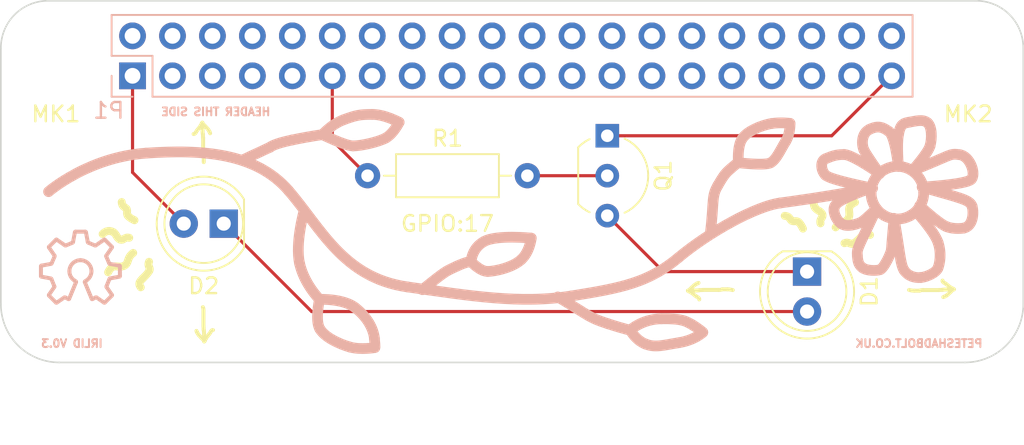
<source format=kicad_pcb>
(kicad_pcb (version 20171130) (host pcbnew 5.1.10-88a1d61d58~90~ubuntu20.04.1)

  (general
    (thickness 1.6)
    (drawings 249)
    (tracks 14)
    (zones 0)
    (modules 7)
    (nets 7)
  )

  (page A3)
  (title_block
    (date "15 nov 2012")
  )

  (layers
    (0 F.Cu signal)
    (31 B.Cu signal)
    (32 B.Adhes user)
    (33 F.Adhes user)
    (34 B.Paste user)
    (35 F.Paste user)
    (36 B.SilkS user)
    (37 F.SilkS user)
    (38 B.Mask user)
    (39 F.Mask user)
    (40 Dwgs.User user)
    (41 Cmts.User user)
    (42 Eco1.User user)
    (43 Eco2.User user)
    (44 Edge.Cuts user)
  )

  (setup
    (last_trace_width 0.2)
    (trace_clearance 0.2)
    (zone_clearance 0.508)
    (zone_45_only no)
    (trace_min 0.1524)
    (via_size 0.9)
    (via_drill 0.6)
    (via_min_size 0.8)
    (via_min_drill 0.5)
    (uvia_size 0.5)
    (uvia_drill 0.1)
    (uvias_allowed no)
    (uvia_min_size 0.5)
    (uvia_min_drill 0.1)
    (edge_width 0.1)
    (segment_width 0.1)
    (pcb_text_width 0.3)
    (pcb_text_size 1 1)
    (mod_edge_width 0.15)
    (mod_text_size 1 1)
    (mod_text_width 0.15)
    (pad_size 2.5 2.5)
    (pad_drill 2.5)
    (pad_to_mask_clearance 0)
    (aux_axis_origin 203.5 97.5)
    (grid_origin 220.264 91.404)
    (visible_elements 7FFFFFFF)
    (pcbplotparams
      (layerselection 0x010f0_ffffffff)
      (usegerberextensions true)
      (usegerberattributes false)
      (usegerberadvancedattributes false)
      (creategerberjobfile false)
      (excludeedgelayer true)
      (linewidth 0.150000)
      (plotframeref false)
      (viasonmask false)
      (mode 1)
      (useauxorigin false)
      (hpglpennumber 1)
      (hpglpenspeed 20)
      (hpglpendiameter 15.000000)
      (psnegative false)
      (psa4output false)
      (plotreference true)
      (plotvalue true)
      (plotinvisibletext false)
      (padsonsilk false)
      (subtractmaskfromsilk false)
      (outputformat 1)
      (mirror false)
      (drillshape 0)
      (scaleselection 1)
      (outputdirectory "gerbers/"))
  )

  (net 0 "")
  (net 1 +3V3)
  (net 2 GND)
  (net 3 "/GPIO17(GEN0)")
  (net 4 "Net-(D1-Pad2)")
  (net 5 "Net-(D1-Pad1)")
  (net 6 "Net-(Q1-Pad2)")

  (net_class Default "This is the default net class."
    (clearance 0.2)
    (trace_width 0.2)
    (via_dia 0.9)
    (via_drill 0.6)
    (uvia_dia 0.5)
    (uvia_drill 0.1)
    (add_net +3V3)
    (add_net "/GPIO17(GEN0)")
    (add_net GND)
    (add_net "Net-(D1-Pad1)")
    (add_net "Net-(D1-Pad2)")
    (add_net "Net-(Q1-Pad2)")
  )

  (net_class Power ""
    (clearance 0.2)
    (trace_width 0.5)
    (via_dia 1)
    (via_drill 0.7)
    (uvia_dia 0.5)
    (uvia_drill 0.1)
  )

  (module Resistor_THT:R_Axial_DIN0207_L6.3mm_D2.5mm_P10.16mm_Horizontal (layer F.Cu) (tedit 5AE5139B) (tstamp 61F6E921)
    (at 223.312 105.12)
    (descr "Resistor, Axial_DIN0207 series, Axial, Horizontal, pin pitch=10.16mm, 0.25W = 1/4W, length*diameter=6.3*2.5mm^2, http://cdn-reichelt.de/documents/datenblatt/B400/1_4W%23YAG.pdf")
    (tags "Resistor Axial_DIN0207 series Axial Horizontal pin pitch 10.16mm 0.25W = 1/4W length 6.3mm diameter 2.5mm")
    (path /6008B29F)
    (fp_text reference R1 (at 5.08 -2.37) (layer F.SilkS)
      (effects (font (size 1 1) (thickness 0.15)))
    )
    (fp_text value 10K (at 5.08 2.37) (layer F.Fab)
      (effects (font (size 1 1) (thickness 0.15)))
    )
    (fp_line (start 11.21 -1.5) (end -1.05 -1.5) (layer F.CrtYd) (width 0.05))
    (fp_line (start 11.21 1.5) (end 11.21 -1.5) (layer F.CrtYd) (width 0.05))
    (fp_line (start -1.05 1.5) (end 11.21 1.5) (layer F.CrtYd) (width 0.05))
    (fp_line (start -1.05 -1.5) (end -1.05 1.5) (layer F.CrtYd) (width 0.05))
    (fp_line (start 9.12 0) (end 8.35 0) (layer F.SilkS) (width 0.12))
    (fp_line (start 1.04 0) (end 1.81 0) (layer F.SilkS) (width 0.12))
    (fp_line (start 8.35 -1.37) (end 1.81 -1.37) (layer F.SilkS) (width 0.12))
    (fp_line (start 8.35 1.37) (end 8.35 -1.37) (layer F.SilkS) (width 0.12))
    (fp_line (start 1.81 1.37) (end 8.35 1.37) (layer F.SilkS) (width 0.12))
    (fp_line (start 1.81 -1.37) (end 1.81 1.37) (layer F.SilkS) (width 0.12))
    (fp_line (start 10.16 0) (end 8.23 0) (layer F.Fab) (width 0.1))
    (fp_line (start 0 0) (end 1.93 0) (layer F.Fab) (width 0.1))
    (fp_line (start 8.23 -1.25) (end 1.93 -1.25) (layer F.Fab) (width 0.1))
    (fp_line (start 8.23 1.25) (end 8.23 -1.25) (layer F.Fab) (width 0.1))
    (fp_line (start 1.93 1.25) (end 8.23 1.25) (layer F.Fab) (width 0.1))
    (fp_line (start 1.93 -1.25) (end 1.93 1.25) (layer F.Fab) (width 0.1))
    (fp_text user %R (at 5.08 0) (layer F.Fab)
      (effects (font (size 1 1) (thickness 0.15)))
    )
    (pad 2 thru_hole oval (at 10.16 0) (size 1.6 1.6) (drill 0.8) (layers *.Cu *.Mask)
      (net 6 "Net-(Q1-Pad2)"))
    (pad 1 thru_hole circle (at 0 0) (size 1.6 1.6) (drill 0.8) (layers *.Cu *.Mask)
      (net 3 "/GPIO17(GEN0)"))
    (model ${KISYS3DMOD}/Resistor_THT.3dshapes/R_Axial_DIN0207_L6.3mm_D2.5mm_P10.16mm_Horizontal.wrl
      (at (xyz 0 0 0))
      (scale (xyz 1 1 1))
      (rotate (xyz 0 0 0))
    )
  )

  (module Package_TO_SOT_THT:TO-92_Inline_Wide (layer F.Cu) (tedit 5A02FF81) (tstamp 61F6E9CA)
    (at 238.552 102.58 270)
    (descr "TO-92 leads in-line, wide, drill 0.75mm (see NXP sot054_po.pdf)")
    (tags "to-92 sc-43 sc-43a sot54 PA33 transistor")
    (path /60059F45)
    (fp_text reference Q1 (at 2.54 -3.56 90) (layer F.SilkS)
      (effects (font (size 1 1) (thickness 0.15)))
    )
    (fp_text value PN2222A (at 2.54 2.79 90) (layer F.Fab)
      (effects (font (size 1 1) (thickness 0.15)))
    )
    (fp_line (start 6.09 2.01) (end -1.01 2.01) (layer F.CrtYd) (width 0.05))
    (fp_line (start 6.09 2.01) (end 6.09 -2.73) (layer F.CrtYd) (width 0.05))
    (fp_line (start -1.01 -2.73) (end -1.01 2.01) (layer F.CrtYd) (width 0.05))
    (fp_line (start -1.01 -2.73) (end 6.09 -2.73) (layer F.CrtYd) (width 0.05))
    (fp_line (start 0.8 1.75) (end 4.3 1.75) (layer F.Fab) (width 0.1))
    (fp_line (start 0.74 1.85) (end 4.34 1.85) (layer F.SilkS) (width 0.12))
    (fp_arc (start 2.54 0) (end 4.34 1.85) (angle -20) (layer F.SilkS) (width 0.12))
    (fp_arc (start 2.54 0) (end 2.54 -2.48) (angle -135) (layer F.Fab) (width 0.1))
    (fp_arc (start 2.54 0) (end 2.54 -2.48) (angle 135) (layer F.Fab) (width 0.1))
    (fp_arc (start 2.54 0) (end 2.54 -2.6) (angle 65) (layer F.SilkS) (width 0.12))
    (fp_arc (start 2.54 0) (end 2.54 -2.6) (angle -65) (layer F.SilkS) (width 0.12))
    (fp_arc (start 2.54 0) (end 0.74 1.85) (angle 20) (layer F.SilkS) (width 0.12))
    (fp_text user %R (at 2.54 0 90) (layer F.Fab)
      (effects (font (size 1 1) (thickness 0.15)))
    )
    (pad 1 thru_hole rect (at 0 0 270) (size 1.5 1.5) (drill 0.8) (layers *.Cu *.Mask)
      (net 2 GND))
    (pad 3 thru_hole circle (at 5.08 0 270) (size 1.5 1.5) (drill 0.8) (layers *.Cu *.Mask)
      (net 5 "Net-(D1-Pad1)"))
    (pad 2 thru_hole circle (at 2.54 0 270) (size 1.5 1.5) (drill 0.8) (layers *.Cu *.Mask)
      (net 6 "Net-(Q1-Pad2)"))
    (model ${KISYS3DMOD}/Package_TO_SOT_THT.3dshapes/TO-92_Inline_Wide.wrl
      (at (xyz 0 0 0))
      (scale (xyz 1 1 1))
      (rotate (xyz 0 0 0))
    )
  )

  (module LED_THT:LED_D5.0mm_IRGrey (layer F.Cu) (tedit 5A6C9BB8) (tstamp 6004F1AC)
    (at 214.168 108.168 180)
    (descr "LED, diameter 5.0mm, 2 pins, http://cdn-reichelt.de/documents/datenblatt/A500/LL-504BC2E-009.pdf")
    (tags "LED diameter 5.0mm 2 pins")
    (path /6008F502)
    (fp_text reference D2 (at 1.27 -3.96) (layer F.SilkS)
      (effects (font (size 1 1) (thickness 0.15)))
    )
    (fp_text value CQY99 (at 1.27 3.96) (layer F.Fab)
      (effects (font (size 1 1) (thickness 0.15)))
    )
    (fp_circle (center 1.27 0) (end 3.77 0) (layer F.SilkS) (width 0.12))
    (fp_circle (center 1.27 0) (end 3.77 0) (layer F.Fab) (width 0.1))
    (fp_line (start 4.5 -3.25) (end -1.95 -3.25) (layer F.CrtYd) (width 0.05))
    (fp_line (start 4.5 3.25) (end 4.5 -3.25) (layer F.CrtYd) (width 0.05))
    (fp_line (start -1.95 3.25) (end 4.5 3.25) (layer F.CrtYd) (width 0.05))
    (fp_line (start -1.95 -3.25) (end -1.95 3.25) (layer F.CrtYd) (width 0.05))
    (fp_line (start -1.29 -1.545) (end -1.29 1.545) (layer F.SilkS) (width 0.12))
    (fp_line (start -1.23 -1.469694) (end -1.23 1.469694) (layer F.Fab) (width 0.1))
    (fp_arc (start 1.27 0) (end -1.29 1.54483) (angle -148.9) (layer F.SilkS) (width 0.12))
    (fp_arc (start 1.27 0) (end -1.29 -1.54483) (angle 148.9) (layer F.SilkS) (width 0.12))
    (fp_arc (start 1.27 0) (end -1.23 -1.469694) (angle 299.1) (layer F.Fab) (width 0.1))
    (fp_text user %R (at 1.25 0) (layer F.Fab)
      (effects (font (size 0.8 0.8) (thickness 0.2)))
    )
    (pad 2 thru_hole circle (at 2.54 0 180) (size 1.8 1.8) (drill 0.9) (layers *.Cu *.Mask)
      (net 1 +3V3))
    (pad 1 thru_hole rect (at 0 0 180) (size 1.8 1.8) (drill 0.9) (layers *.Cu *.Mask)
      (net 4 "Net-(D1-Pad2)"))
    (model ${KISYS3DMOD}/LED_THT.3dshapes/LED_D5.0mm_IRGrey.wrl
      (at (xyz 0 0 0))
      (scale (xyz 1 1 1))
      (rotate (xyz 0 0 0))
    )
  )

  (module LED_THT:LED_D5.0mm_IRGrey (layer F.Cu) (tedit 5A6C9BB8) (tstamp 6004F19A)
    (at 251.252 111.216 270)
    (descr "LED, diameter 5.0mm, 2 pins, http://cdn-reichelt.de/documents/datenblatt/A500/LL-504BC2E-009.pdf")
    (tags "LED diameter 5.0mm 2 pins")
    (path /6008EEA3)
    (fp_text reference D1 (at 1.27 -3.96 90) (layer F.SilkS)
      (effects (font (size 1 1) (thickness 0.15)))
    )
    (fp_text value CQY99 (at 1.27 3.96 90) (layer F.Fab)
      (effects (font (size 1 1) (thickness 0.15)))
    )
    (fp_circle (center 1.27 0) (end 3.77 0) (layer F.SilkS) (width 0.12))
    (fp_circle (center 1.27 0) (end 3.77 0) (layer F.Fab) (width 0.1))
    (fp_line (start 4.5 -3.25) (end -1.95 -3.25) (layer F.CrtYd) (width 0.05))
    (fp_line (start 4.5 3.25) (end 4.5 -3.25) (layer F.CrtYd) (width 0.05))
    (fp_line (start -1.95 3.25) (end 4.5 3.25) (layer F.CrtYd) (width 0.05))
    (fp_line (start -1.95 -3.25) (end -1.95 3.25) (layer F.CrtYd) (width 0.05))
    (fp_line (start -1.29 -1.545) (end -1.29 1.545) (layer F.SilkS) (width 0.12))
    (fp_line (start -1.23 -1.469694) (end -1.23 1.469694) (layer F.Fab) (width 0.1))
    (fp_arc (start 1.27 0) (end -1.29 1.54483) (angle -148.9) (layer F.SilkS) (width 0.12))
    (fp_arc (start 1.27 0) (end -1.29 -1.54483) (angle 148.9) (layer F.SilkS) (width 0.12))
    (fp_arc (start 1.27 0) (end -1.23 -1.469694) (angle 299.1) (layer F.Fab) (width 0.1))
    (fp_text user %R (at 1.25 0 90) (layer F.Fab)
      (effects (font (size 0.8 0.8) (thickness 0.2)))
    )
    (pad 2 thru_hole circle (at 2.54 0 270) (size 1.8 1.8) (drill 0.9) (layers *.Cu *.Mask)
      (net 4 "Net-(D1-Pad2)"))
    (pad 1 thru_hole rect (at 0 0 270) (size 1.8 1.8) (drill 0.9) (layers *.Cu *.Mask)
      (net 5 "Net-(D1-Pad1)"))
    (model ${KISYS3DMOD}/LED_THT.3dshapes/LED_D5.0mm_IRGrey.wrl
      (at (xyz 0 0 0))
      (scale (xyz 1 1 1))
      (rotate (xyz 0 0 0))
    )
  )

  (module Connector_PinSocket_2.54mm:PinSocket_2x20_P2.54mm_Vertical (layer B.Cu) (tedit 5A19A433) (tstamp 5A793E9F)
    (at 208.37 98.77 270)
    (descr "Through hole straight socket strip, 2x20, 2.54mm pitch, double cols (from Kicad 4.0.7), script generated")
    (tags "Through hole socket strip THT 2x20 2.54mm double row")
    (path /59AD464A)
    (fp_text reference P1 (at 2.208 1.512) (layer B.SilkS)
      (effects (font (size 1 1) (thickness 0.15)) (justify mirror))
    )
    (fp_text value Conn_02x20_Odd_Even (at -1.27 -51.03 270) (layer B.Fab)
      (effects (font (size 1 1) (thickness 0.15)) (justify mirror))
    )
    (fp_line (start -3.81 1.27) (end 0.27 1.27) (layer B.Fab) (width 0.1))
    (fp_line (start 0.27 1.27) (end 1.27 0.27) (layer B.Fab) (width 0.1))
    (fp_line (start 1.27 0.27) (end 1.27 -49.53) (layer B.Fab) (width 0.1))
    (fp_line (start 1.27 -49.53) (end -3.81 -49.53) (layer B.Fab) (width 0.1))
    (fp_line (start -3.81 -49.53) (end -3.81 1.27) (layer B.Fab) (width 0.1))
    (fp_line (start -3.87 1.33) (end -1.27 1.33) (layer B.SilkS) (width 0.12))
    (fp_line (start -3.87 1.33) (end -3.87 -49.59) (layer B.SilkS) (width 0.12))
    (fp_line (start -3.87 -49.59) (end 1.33 -49.59) (layer B.SilkS) (width 0.12))
    (fp_line (start 1.33 -1.27) (end 1.33 -49.59) (layer B.SilkS) (width 0.12))
    (fp_line (start -1.27 -1.27) (end 1.33 -1.27) (layer B.SilkS) (width 0.12))
    (fp_line (start -1.27 1.33) (end -1.27 -1.27) (layer B.SilkS) (width 0.12))
    (fp_line (start 1.33 1.33) (end 1.33 0) (layer B.SilkS) (width 0.12))
    (fp_line (start 0 1.33) (end 1.33 1.33) (layer B.SilkS) (width 0.12))
    (fp_line (start -4.34 1.8) (end 1.76 1.8) (layer B.CrtYd) (width 0.05))
    (fp_line (start 1.76 1.8) (end 1.76 -50) (layer B.CrtYd) (width 0.05))
    (fp_line (start 1.76 -50) (end -4.34 -50) (layer B.CrtYd) (width 0.05))
    (fp_line (start -4.34 -50) (end -4.34 1.8) (layer B.CrtYd) (width 0.05))
    (fp_text user %R (at -1.27 -24.13 180) (layer B.Fab)
      (effects (font (size 1 1) (thickness 0.15)) (justify mirror))
    )
    (pad 1 thru_hole rect (at 0 0 270) (size 1.7 1.7) (drill 1) (layers *.Cu *.Mask)
      (net 1 +3V3))
    (pad 2 thru_hole oval (at -2.54 0 270) (size 1.7 1.7) (drill 1) (layers *.Cu *.Mask))
    (pad 3 thru_hole oval (at 0 -2.54 270) (size 1.7 1.7) (drill 1) (layers *.Cu *.Mask))
    (pad 4 thru_hole oval (at -2.54 -2.54 270) (size 1.7 1.7) (drill 1) (layers *.Cu *.Mask))
    (pad 5 thru_hole oval (at 0 -5.08 270) (size 1.7 1.7) (drill 1) (layers *.Cu *.Mask))
    (pad 6 thru_hole oval (at -2.54 -5.08 270) (size 1.7 1.7) (drill 1) (layers *.Cu *.Mask))
    (pad 7 thru_hole oval (at 0 -7.62 270) (size 1.7 1.7) (drill 1) (layers *.Cu *.Mask))
    (pad 8 thru_hole oval (at -2.54 -7.62 270) (size 1.7 1.7) (drill 1) (layers *.Cu *.Mask))
    (pad 9 thru_hole oval (at 0 -10.16 270) (size 1.7 1.7) (drill 1) (layers *.Cu *.Mask))
    (pad 10 thru_hole oval (at -2.54 -10.16 270) (size 1.7 1.7) (drill 1) (layers *.Cu *.Mask))
    (pad 11 thru_hole oval (at 0 -12.7 270) (size 1.7 1.7) (drill 1) (layers *.Cu *.Mask)
      (net 3 "/GPIO17(GEN0)"))
    (pad 12 thru_hole oval (at -2.54 -12.7 270) (size 1.7 1.7) (drill 1) (layers *.Cu *.Mask))
    (pad 13 thru_hole oval (at 0 -15.24 270) (size 1.7 1.7) (drill 1) (layers *.Cu *.Mask))
    (pad 14 thru_hole oval (at -2.54 -15.24 270) (size 1.7 1.7) (drill 1) (layers *.Cu *.Mask))
    (pad 15 thru_hole oval (at 0 -17.78 270) (size 1.7 1.7) (drill 1) (layers *.Cu *.Mask))
    (pad 16 thru_hole oval (at -2.54 -17.78 270) (size 1.7 1.7) (drill 1) (layers *.Cu *.Mask))
    (pad 17 thru_hole oval (at 0 -20.32 270) (size 1.7 1.7) (drill 1) (layers *.Cu *.Mask))
    (pad 18 thru_hole oval (at -2.54 -20.32 270) (size 1.7 1.7) (drill 1) (layers *.Cu *.Mask))
    (pad 19 thru_hole oval (at 0 -22.86 270) (size 1.7 1.7) (drill 1) (layers *.Cu *.Mask))
    (pad 20 thru_hole oval (at -2.54 -22.86 270) (size 1.7 1.7) (drill 1) (layers *.Cu *.Mask))
    (pad 21 thru_hole oval (at 0 -25.4 270) (size 1.7 1.7) (drill 1) (layers *.Cu *.Mask))
    (pad 22 thru_hole oval (at -2.54 -25.4 270) (size 1.7 1.7) (drill 1) (layers *.Cu *.Mask))
    (pad 23 thru_hole oval (at 0 -27.94 270) (size 1.7 1.7) (drill 1) (layers *.Cu *.Mask))
    (pad 24 thru_hole oval (at -2.54 -27.94 270) (size 1.7 1.7) (drill 1) (layers *.Cu *.Mask))
    (pad 25 thru_hole oval (at 0 -30.48 270) (size 1.7 1.7) (drill 1) (layers *.Cu *.Mask))
    (pad 26 thru_hole oval (at -2.54 -30.48 270) (size 1.7 1.7) (drill 1) (layers *.Cu *.Mask))
    (pad 27 thru_hole oval (at 0 -33.02 270) (size 1.7 1.7) (drill 1) (layers *.Cu *.Mask))
    (pad 28 thru_hole oval (at -2.54 -33.02 270) (size 1.7 1.7) (drill 1) (layers *.Cu *.Mask))
    (pad 29 thru_hole oval (at 0 -35.56 270) (size 1.7 1.7) (drill 1) (layers *.Cu *.Mask))
    (pad 30 thru_hole oval (at -2.54 -35.56 270) (size 1.7 1.7) (drill 1) (layers *.Cu *.Mask))
    (pad 31 thru_hole oval (at 0 -38.1 270) (size 1.7 1.7) (drill 1) (layers *.Cu *.Mask))
    (pad 32 thru_hole oval (at -2.54 -38.1 270) (size 1.7 1.7) (drill 1) (layers *.Cu *.Mask))
    (pad 33 thru_hole oval (at 0 -40.64 270) (size 1.7 1.7) (drill 1) (layers *.Cu *.Mask))
    (pad 34 thru_hole oval (at -2.54 -40.64 270) (size 1.7 1.7) (drill 1) (layers *.Cu *.Mask))
    (pad 35 thru_hole oval (at 0 -43.18 270) (size 1.7 1.7) (drill 1) (layers *.Cu *.Mask))
    (pad 36 thru_hole oval (at -2.54 -43.18 270) (size 1.7 1.7) (drill 1) (layers *.Cu *.Mask))
    (pad 37 thru_hole oval (at 0 -45.72 270) (size 1.7 1.7) (drill 1) (layers *.Cu *.Mask))
    (pad 38 thru_hole oval (at -2.54 -45.72 270) (size 1.7 1.7) (drill 1) (layers *.Cu *.Mask))
    (pad 39 thru_hole oval (at 0 -48.26 270) (size 1.7 1.7) (drill 1) (layers *.Cu *.Mask)
      (net 2 GND))
    (pad 40 thru_hole oval (at -2.54 -48.26 270) (size 1.7 1.7) (drill 1) (layers *.Cu *.Mask))
    (model ${KISYS3DMOD}/Connector_PinSocket_2.54mm.3dshapes/PinSocket_2x20_P2.54mm_Vertical.wrl
      (at (xyz 0 0 0))
      (scale (xyz 1 1 1))
      (rotate (xyz 0 0 0))
    )
  )

  (module MountingHole:MountingHole_2.7mm_M2.5 (layer F.Cu) (tedit 56D1B4CB) (tstamp 5A793E8A)
    (at 261.5 97.5 180)
    (descr "Mounting Hole 2.7mm, no annular, M2.5")
    (tags "mounting hole 2.7mm no annular m2.5")
    (path /5834FC19)
    (attr virtual)
    (fp_text reference MK2 (at 0 -3.7 180) (layer F.SilkS)
      (effects (font (size 1 1) (thickness 0.15)))
    )
    (fp_text value M2.5 (at 0 3.7 180) (layer F.Fab)
      (effects (font (size 1 1) (thickness 0.15)))
    )
    (fp_circle (center 0 0) (end 2.95 0) (layer F.CrtYd) (width 0.05))
    (fp_circle (center 0 0) (end 2.7 0) (layer Cmts.User) (width 0.15))
    (fp_text user %R (at 0.3 0 180) (layer F.Fab)
      (effects (font (size 1 1) (thickness 0.15)))
    )
    (pad 1 np_thru_hole circle (at 0 0 180) (size 2.7 2.7) (drill 2.7) (layers *.Cu *.Mask))
  )

  (module MountingHole:MountingHole_2.7mm_M2.5 (layer F.Cu) (tedit 56D1B4CB) (tstamp 5A793E83)
    (at 203.5 97.5 180)
    (descr "Mounting Hole 2.7mm, no annular, M2.5")
    (tags "mounting hole 2.7mm no annular m2.5")
    (path /5834FB2E)
    (attr virtual)
    (fp_text reference MK1 (at 0 -3.7 180) (layer F.SilkS)
      (effects (font (size 1 1) (thickness 0.15)))
    )
    (fp_text value M2.5 (at 0 3.7 180) (layer F.Fab)
      (effects (font (size 1 1) (thickness 0.15)))
    )
    (fp_circle (center 0 0) (end 2.7 0) (layer Cmts.User) (width 0.15))
    (fp_circle (center 0 0) (end 2.95 0) (layer F.CrtYd) (width 0.05))
    (fp_text user %R (at 0.3 0 180) (layer F.Fab)
      (effects (font (size 1 1) (thickness 0.15)))
    )
    (pad 1 np_thru_hole circle (at 0 0 180) (size 2.7 2.7) (drill 2.7) (layers *.Cu *.Mask))
  )

  (gr_curve (pts (xy 204.678688 111.783788) (xy 204.484025 111.659138) (xy 204.354875 111.441075) (xy 204.354875 111.19275)) (layer B.SilkS) (width 0.25))
  (gr_line (start 203.548363 113.192513) (end 204.037288 112.856925) (layer B.SilkS) (width 0.25))
  (gr_line (start 204.084163 112.855313) (end 204.299788 112.970438) (layer B.SilkS) (width 0.25))
  (gr_curve (pts (xy 203.053138 112.697325) (xy 203.044512 112.709925) (xy 203.046275 112.729125) (xy 203.057075 112.739963)) (layer B.SilkS) (width 0.25))
  (gr_curve (pts (xy 207.059938 109.6809) (xy 207.068525 109.6683) (xy 207.066838 109.649138) (xy 207.056 109.6383)) (layer B.SilkS) (width 0.25))
  (gr_curve (pts (xy 203.505763 113.188575) (xy 203.516563 113.199337) (xy 203.535725 113.201099) (xy 203.548363 113.192513)) (layer B.SilkS) (width 0.25))
  (gr_line (start 203.5058 109.189688) (end 203.05715 109.6383) (layer B.SilkS) (width 0.25))
  (gr_line (start 204.08105 109.5513) (end 203.5484 109.18575) (layer B.SilkS) (width 0.25))
  (gr_line (start 205.373825 108.678788) (end 204.739325 108.678788) (layer B.SilkS) (width 0.25))
  (gr_curve (pts (xy 206.028913 112.85535) (xy 206.042113 112.847663) (xy 206.063187 112.8483) (xy 206.075788 112.856963)) (layer B.SilkS) (width 0.25))
  (gr_line (start 202.573513 111.53925) (end 203.174825 111.65115) (layer B.SilkS) (width 0.25))
  (gr_curve (pts (xy 204.739325 108.678788) (xy 204.724063 108.678788) (xy 204.70925 108.691088) (xy 204.706475 108.706125)) (layer B.SilkS) (width 0.25))
  (gr_curve (pts (xy 203.174825 111.65115) (xy 203.189863 111.653888) (xy 203.20595 111.668175) (xy 203.210525 111.682763)) (layer B.SilkS) (width 0.25))
  (gr_line (start 205.5254 109.343738) (end 205.406713 108.706125) (layer B.SilkS) (width 0.25))
  (gr_line (start 203.053213 109.6809) (end 203.412425 110.2044) (layer B.SilkS) (width 0.25))
  (gr_curve (pts (xy 205.406713 108.706125) (xy 205.403938 108.691088) (xy 205.389125 108.678788) (xy 205.373825 108.678788)) (layer B.SilkS) (width 0.25))
  (gr_curve (pts (xy 205.056538 110.491088) (xy 205.444025 110.491088) (xy 205.758163 110.805225) (xy 205.758163 111.19275)) (layer B.SilkS) (width 0.25))
  (gr_curve (pts (xy 202.546175 111.506325) (xy 202.546175 111.521625) (xy 202.558475 111.536513) (xy 202.573513 111.53925)) (layer B.SilkS) (width 0.25))
  (gr_curve (pts (xy 204.037288 112.856925) (xy 204.049888 112.8483) (xy 204.071 112.847625) (xy 204.084163 112.855313)) (layer B.SilkS) (width 0.25))
  (gr_line (start 207.059938 112.697363) (end 206.71835 112.199625) (layer B.SilkS) (width 0.25))
  (gr_line (start 205.98425 109.55475) (end 205.5569 109.379813) (layer B.SilkS) (width 0.25))
  (gr_line (start 205.4003 111.809925) (end 205.346338 111.842963) (layer B.SilkS) (width 0.25))
  (gr_line (start 205.813288 112.970475) (end 206.028913 112.85535) (layer B.SilkS) (width 0.25))
  (gr_curve (pts (xy 204.354875 111.19275) (xy 204.354875 110.805225) (xy 204.66905 110.491088) (xy 205.056538 110.491088)) (layer B.SilkS) (width 0.25))
  (gr_line (start 207.539675 110.838938) (end 206.923213 110.7243) (layer B.SilkS) (width 0.25))
  (gr_curve (pts (xy 204.712813 111.809925) (xy 204.702838 111.80385) (xy 204.6893 111.793388) (xy 204.678688 111.783788)) (layer B.SilkS) (width 0.25))
  (gr_curve (pts (xy 205.5569 109.379813) (xy 205.542388 109.375013) (xy 205.52825 109.358775) (xy 205.5254 109.343738)) (layer B.SilkS) (width 0.25))
  (gr_line (start 204.556325 109.379813) (end 204.128938 109.55475) (layer B.SilkS) (width 0.25))
  (gr_line (start 203.415388 110.252063) (end 203.226388 110.692913) (layer B.SilkS) (width 0.25))
  (gr_line (start 206.564825 109.18575) (end 206.032138 109.5513) (layer B.SilkS) (width 0.25))
  (gr_curve (pts (xy 206.032138 109.5513) (xy 206.019538 109.559963) (xy 205.997938 109.5615) (xy 205.98425 109.55475)) (layer B.SilkS) (width 0.25))
  (gr_curve (pts (xy 206.56475 113.19255) (xy 206.57735 113.201137) (xy 206.59655 113.199374) (xy 206.607313 113.188613)) (layer B.SilkS) (width 0.25))
  (gr_line (start 206.075788 112.856963) (end 206.56475 113.19255) (layer B.SilkS) (width 0.25))
  (gr_curve (pts (xy 203.39825 112.1517) (xy 203.404963 112.165463) (xy 203.403388 112.186988) (xy 203.394688 112.199588)) (layer B.SilkS) (width 0.25))
  (gr_curve (pts (xy 203.412425 110.2044) (xy 203.42105 110.217075) (xy 203.4224 110.23845) (xy 203.415388 110.252063)) (layer B.SilkS) (width 0.25))
  (gr_curve (pts (xy 207.539525 111.539288) (xy 207.554525 111.53655) (xy 207.566863 111.521663) (xy 207.566863 111.506363)) (layer B.SilkS) (width 0.25))
  (gr_curve (pts (xy 204.587825 109.343738) (xy 204.584975 109.358775) (xy 204.570875 109.375013) (xy 204.556325 109.379813)) (layer B.SilkS) (width 0.25))
  (gr_line (start 205.333288 111.883125) (end 205.77785 112.957425) (layer B.SilkS) (width 0.25))
  (gr_curve (pts (xy 206.607387 109.189688) (xy 206.59655 109.17885) (xy 206.577425 109.177088) (xy 206.564825 109.18575)) (layer B.SilkS) (width 0.25))
  (gr_curve (pts (xy 204.128938 109.55475) (xy 204.115213 109.5615) (xy 204.093613 109.559963) (xy 204.08105 109.5513)) (layer B.SilkS) (width 0.25))
  (gr_line (start 206.714825 112.151738) (end 206.90255 111.6828) (layer B.SilkS) (width 0.25))
  (gr_curve (pts (xy 204.779825 111.883125) (xy 204.785713 111.868988) (xy 204.779825 111.85095) (xy 204.766775 111.842963)) (layer B.SilkS) (width 0.25))
  (gr_line (start 206.607313 113.188613) (end 207.056 112.74) (layer B.SilkS) (width 0.25))
  (gr_line (start 206.700763 110.2044) (end 207.059938 109.6809) (layer B.SilkS) (width 0.25))
  (gr_line (start 204.706475 108.706125) (end 204.587825 109.343738) (layer B.SilkS) (width 0.25))
  (gr_line (start 202.546138 110.871863) (end 202.546175 111.506325) (layer B.SilkS) (width 0.25))
  (gr_curve (pts (xy 202.573475 110.838938) (xy 202.5584 110.841788) (xy 202.546138 110.856563) (xy 202.546138 110.871863)) (layer B.SilkS) (width 0.25))
  (gr_curve (pts (xy 206.71835 112.199625) (xy 206.709725 112.187025) (xy 206.708113 112.1655) (xy 206.714825 112.151738)) (layer B.SilkS) (width 0.25))
  (gr_curve (pts (xy 203.226388 110.692913) (xy 203.221363 110.707388) (xy 203.204975 110.721488) (xy 203.1899 110.7243)) (layer B.SilkS) (width 0.25))
  (gr_curve (pts (xy 205.77785 112.957425) (xy 205.7837 112.971563) (xy 205.7996 112.977413) (xy 205.813288 112.970475)) (layer B.SilkS) (width 0.25))
  (gr_line (start 204.335225 112.957388) (end 204.779825 111.883125) (layer B.SilkS) (width 0.25))
  (gr_line (start 207.056 109.6383) (end 206.607387 109.189688) (layer B.SilkS) (width 0.25))
  (gr_line (start 206.886725 110.692913) (end 206.697763 110.252063) (layer B.SilkS) (width 0.25))
  (gr_line (start 203.057075 112.739963) (end 203.505763 113.188575) (layer B.SilkS) (width 0.25))
  (gr_line (start 203.394688 112.199588) (end 203.053138 112.697325) (layer B.SilkS) (width 0.25))
  (gr_line (start 203.1899 110.7243) (end 202.573475 110.838938) (layer B.SilkS) (width 0.25))
  (gr_line (start 203.210525 111.682763) (end 203.39825 112.1517) (layer B.SilkS) (width 0.25))
  (gr_curve (pts (xy 207.566938 110.8719) (xy 207.566975 110.856563) (xy 207.554675 110.841788) (xy 207.539675 110.838938)) (layer B.SilkS) (width 0.25))
  (gr_line (start 206.938213 111.651188) (end 207.539525 111.539288) (layer B.SilkS) (width 0.25))
  (gr_line (start 204.766775 111.842963) (end 204.712813 111.809925) (layer B.SilkS) (width 0.25))
  (gr_curve (pts (xy 203.5484 109.18575) (xy 203.535763 109.177088) (xy 203.5166 109.17885) (xy 203.5058 109.189688)) (layer B.SilkS) (width 0.25))
  (gr_curve (pts (xy 204.299788 112.970438) (xy 204.313437 112.977413) (xy 204.329375 112.971525) (xy 204.335225 112.957388)) (layer B.SilkS) (width 0.25))
  (gr_curve (pts (xy 205.346338 111.842963) (xy 205.333363 111.85095) (xy 205.327438 111.868988) (xy 205.333288 111.883125)) (layer B.SilkS) (width 0.25))
  (gr_curve (pts (xy 205.43435 111.783788) (xy 205.423813 111.793388) (xy 205.410238 111.80385) (xy 205.4003 111.809925)) (layer B.SilkS) (width 0.25))
  (gr_line (start 207.566863 111.506363) (end 207.566938 110.8719) (layer B.SilkS) (width 0.25))
  (gr_curve (pts (xy 205.758163 111.19275) (xy 205.758163 111.441075) (xy 205.62905 111.659138) (xy 205.43435 111.783788)) (layer B.SilkS) (width 0.25))
  (gr_curve (pts (xy 206.90255 111.6828) (xy 206.907163 111.668213) (xy 206.923138 111.653925) (xy 206.938213 111.651188)) (layer B.SilkS) (width 0.25))
  (gr_curve (pts (xy 206.923213 110.7243) (xy 206.908213 110.721488) (xy 206.891788 110.707388) (xy 206.886725 110.692913)) (layer B.SilkS) (width 0.25))
  (gr_curve (pts (xy 206.697763 110.252063) (xy 206.690712 110.23845) (xy 206.692062 110.217075) (xy 206.700763 110.2044)) (layer B.SilkS) (width 0.25))
  (gr_curve (pts (xy 203.05715 109.6383) (xy 203.04635 109.649138) (xy 203.04455 109.6683) (xy 203.053213 109.6809)) (layer B.SilkS) (width 0.25))
  (gr_curve (pts (xy 207.056 112.74) (xy 207.066838 112.729163) (xy 207.0686 112.709963) (xy 207.059938 112.697363)) (layer B.SilkS) (width 0.25))
  (gr_text GPIO:17 (at 228.392 108.168) (layer F.SilkS)
    (effects (font (size 1 1) (thickness 0.15)))
  )
  (gr_text PETESHADBOLT.CO.UK (at 258.364 115.788) (layer B.SilkS) (tstamp 61F6F8F3)
    (effects (font (size 0.5 0.5) (thickness 0.125)) (justify mirror))
  )
  (gr_curve (pts (xy 245.102285 108.826945) (xy 245.35273 106.629848) (xy 245.170588 106.447703) (xy 245.580409 105.741901)) (layer B.SilkS) (width 0.68))
  (gr_curve (pts (xy 256.622821 109.771812) (xy 256.622821 109.53844) (xy 256.782197 107.836543) (xy 256.782197 107.836543)) (layer B.SilkS) (width 0.68))
  (gr_curve (pts (xy 246.889561 104.261991) (xy 246.889561 104.261991) (xy 246.798491 103.294357) (xy 247.117242 102.78208)) (layer B.SilkS) (width 0.68))
  (gr_curve (pts (xy 233.718357 109.088777) (xy 233.718357 109.088777) (xy 233.627285 109.953955) (xy 233.080856 110.454848)) (layer B.SilkS) (width 0.68))
  (gr_curve (pts (xy 217.120587 103.30574) (xy 217.120587 103.30574) (xy 217.302732 103.100829) (xy 218.509427 102.850383)) (layer B.SilkS) (width 0.68))
  (gr_curve (pts (xy 256.463448 102.315338) (xy 256.07639 102.042124) (xy 255.791795 101.905517) (xy 255.233981 102.167348)) (layer B.SilkS) (width 0.68))
  (gr_curve (pts (xy 259.587477 109.386664) (xy 259.36209 108.686346) (xy 258.19489 107.406452) (xy 258.19489 107.406452)) (layer B.SilkS) (width 0.68))
  (gr_curve (pts (xy 255.860098 104.990562) (xy 255.860098 104.990562) (xy 254.15251 103.772482) (xy 253.60608 103.772482)) (layer B.SilkS) (width 0.68))
  (gr_curve (pts (xy 260.118756 108.356309) (xy 259.615978 108.15906) (xy 258.412227 107.036167) (xy 258.412227 107.036167)) (layer B.SilkS) (width 0.68))
  (gr_curve (pts (xy 257.832659 107.649012) (xy 257.314621 107.948102) (xy 256.67637 107.948102) (xy 256.158332 107.649012)) (layer B.SilkS) (width 0.68))
  (gr_curve (pts (xy 233.080856 110.454848) (xy 232.534429 110.955741) (xy 231.418804 111.206186) (xy 230.940677 111.206186)) (layer B.SilkS) (width 0.68))
  (gr_curve (pts (xy 256.782197 107.836543) (xy 257.156485 109.942093) (xy 257.180635 110.771206) (xy 257.42212 111.13344)) (layer B.SilkS) (width 0.68))
  (gr_curve (pts (xy 257.832659 104.748992) (xy 258.350698 105.048081) (xy 258.669823 105.600822) (xy 258.669823 106.199002)) (layer B.SilkS) (width 0.68))
  (gr_curve (pts (xy 225.827234 112.187945) (xy 229.884259 112.767521) (xy 233.039724 113.282697) (xy 236.259584 112.767519)) (layer B.SilkS) (width 0.68))
  (gr_curve (pts (xy 215.458535 104.079848) (xy 217.120587 103.30574) (xy 217.120587 103.30574) (xy 217.120587 103.30574)) (layer B.SilkS) (width 0.68))
  (gr_curve (pts (xy 252.444919 104.034312) (xy 252.06925 104.182303) (xy 252.12617 104.774267) (xy 252.42215 105.081633)) (layer B.SilkS) (width 0.68))
  (gr_curve (pts (xy 230.940677 111.206186) (xy 230.462554 111.206186) (xy 229.893357 110.591454) (xy 229.893357 110.591454)) (layer B.SilkS) (width 0.68))
  (gr_line (start 258.669823 106.199002) (end 258.669823 106.199002) (layer B.SilkS) (width 0.68))
  (gr_curve (pts (xy 248.93867 104.296142) (xy 248.574385 104.501052) (xy 246.91233 104.296142) (xy 246.91233 104.296142)) (layer B.SilkS) (width 0.68))
  (gr_curve (pts (xy 257.42212 111.13344) (xy 257.663612 111.495674) (xy 258.098291 111.632519) (xy 258.492725 111.592269)) (layer B.SilkS) (width 0.68))
  (gr_curve (pts (xy 255.416123 105.912661) (xy 255.416123 105.912661) (xy 255.040454 105.969579) (xy 254.186661 106.333866)) (layer B.SilkS) (width 0.68))
  (gr_curve (pts (xy 259.571382 110.996595) (xy 259.684072 110.714859) (xy 259.812871 110.086985) (xy 259.587477 109.386664)) (layer B.SilkS) (width 0.68))
  (gr_curve (pts (xy 254.630634 108.109758) (xy 254.82416 108.041455) (xy 255.666571 107.221813) (xy 255.666571 107.221813)) (layer B.SilkS) (width 0.68))
  (gr_curve (pts (xy 249.883535 102.952838) (xy 249.564787 103.465115) (xy 249.302954 104.091231) (xy 248.93867 104.296142)) (layer B.SilkS) (width 0.68))
  (gr_curve (pts (xy 236.259584 112.767519) (xy 239.479446 112.252342) (xy 241.153774 111.930356) (xy 243.08569 110.320425)) (layer B.SilkS) (width 0.68))
  (gr_curve (pts (xy 235.405468 112.826374) (xy 237.409038 114.010303) (xy 237.315679 114.120472) (xy 238.590677 114.530293)) (layer B.SilkS) (width 0.68))
  (gr_curve (pts (xy 240.976682 115.818339) (xy 240.340759 115.568799) (xy 240.013669 114.934423) (xy 240.013669 114.934423)) (layer B.SilkS) (width 0.68))
  (gr_curve (pts (xy 256.158332 107.649012) (xy 255.640293 107.349923) (xy 255.321168 106.797182) (xy 255.321168 106.199002)) (layer B.SilkS) (width 0.68))
  (gr_curve (pts (xy 253.423938 108.166678) (xy 253.799607 108.428508) (xy 254.437107 108.178075) (xy 254.630634 108.109758)) (layer B.SilkS) (width 0.68))
  (gr_curve (pts (xy 261.744784 107.068365) (xy 261.873579 107.503046) (xy 261.793082 108.356309) (xy 261.197408 108.452907)) (layer B.SilkS) (width 0.68))
  (gr_curve (pts (xy 259.072301 103.220631) (xy 258.943506 103.687511) (xy 257.945348 104.798363) (xy 257.945348 104.798363)) (layer B.SilkS) (width 0.68))
  (gr_curve (pts (xy 226.796929 112.367348) (xy 228.367911 111.092347) (xy 228.322375 111.183419) (xy 229.00541 110.864668)) (layer B.SilkS) (width 0.68))
  (gr_curve (pts (xy 257.059886 104.524675) (xy 257.059886 104.524675) (xy 256.947196 103.156234) (xy 257.059886 102.528361)) (layer B.SilkS) (width 0.68))
  (gr_curve (pts (xy 253.60608 103.772482) (xy 253.059651 103.772482) (xy 252.820588 103.886321) (xy 252.444919 104.034312)) (layer B.SilkS) (width 0.68))
  (gr_curve (pts (xy 218.509427 102.850383) (xy 219.716125 102.599937) (xy 220.444697 102.508865) (xy 220.444697 102.508865)) (layer B.SilkS) (width 0.68))
  (gr_curve (pts (xy 256.158332 104.748992) (xy 256.67637 104.449902) (xy 257.314621 104.449902) (xy 257.832659 104.748992)) (layer B.SilkS) (width 0.68))
  (gr_curve (pts (xy 223.609428 101.222482) (xy 224.417687 101.222482) (xy 225.317017 101.723374) (xy 225.317017 101.723374)) (layer B.SilkS) (width 0.68))
  (gr_curve (pts (xy 254.869694 103.487883) (xy 255.017687 103.806633) (xy 255.860098 104.990562) (xy 255.860098 104.990562)) (layer B.SilkS) (width 0.68))
  (gr_curve (pts (xy 218.991295 110.704683) (xy 219.28967 112.019958) (xy 220.258803 112.982523) (xy 220.258803 112.982523)) (layer B.SilkS) (width 0.68))
  (gr_curve (pts (xy 260.955923 103.784107) (xy 261.632094 103.880703) (xy 262.018476 105.039853) (xy 261.680389 105.361839)) (layer B.SilkS) (width 0.68))
  (gr_curve (pts (xy 258.492725 111.592269) (xy 258.887159 111.552021) (xy 259.458685 111.278335) (xy 259.571382 110.996595)) (layer B.SilkS) (width 0.68))
  (gr_curve (pts (xy 249.530659 106.85637) (xy 250.598932 106.707923) (xy 252.247951 106.486281) (xy 254.554536 106.067309)) (layer B.SilkS) (width 0.68))
  (gr_curve (pts (xy 220.258803 112.982523) (xy 220.258803 112.982523) (xy 221.76399 112.917863) (xy 222.526258 113.511858)) (layer B.SilkS) (width 0.68))
  (gr_curve (pts (xy 261.197408 108.452907) (xy 261.197408 108.452907) (xy 260.621533 108.553561) (xy 260.118756 108.356309)) (layer B.SilkS) (width 0.68))
  (gr_curve (pts (xy 248.99559 101.803062) (xy 249.576169 101.711991) (xy 250.168134 101.791677) (xy 250.168134 101.791677)) (layer B.SilkS) (width 0.68))
  (gr_curve (pts (xy 255.666571 107.221813) (xy 254.494025 109.720585) (xy 254.41434 109.731967) (xy 254.448491 110.187324)) (layer B.SilkS) (width 0.68))
  (gr_curve (pts (xy 254.448491 110.187324) (xy 254.482643 110.642681) (xy 254.545255 110.802056) (xy 254.7957 110.984201)) (layer B.SilkS) (width 0.68))
  (gr_curve (pts (xy 246.422822 104.649044) (xy 246.76434 104.353062) (xy 246.889561 104.261991) (xy 246.889561 104.261991)) (layer B.SilkS) (width 0.68))
  (gr_curve (pts (xy 224.463224 102.72516) (xy 223.973715 102.986991) (xy 222.892241 103.226053) (xy 222.391348 103.226053)) (layer B.SilkS) (width 0.68))
  (gr_curve (pts (xy 254.7957 110.984201) (xy 255.046145 111.166343) (xy 255.66088 111.177726) (xy 255.899941 111.092347)) (layer B.SilkS) (width 0.68))
  (gr_curve (pts (xy 222.526258 113.511858) (xy 223.288533 114.105832) (xy 223.682331 114.838534) (xy 223.746343 115.456912)) (layer B.SilkS) (width 0.68))
  (gr_curve (pts (xy 223.746343 115.456912) (xy 223.810357 116.075289) (xy 223.775005 116.047217) (xy 223.775005 116.047217)) (layer B.SilkS) (width 0.68))
  (gr_curve (pts (xy 223.775005 116.047217) (xy 223.775005 116.047217) (xy 222.876724 116.207901) (xy 222.18821 116.013017)) (layer B.SilkS) (width 0.68))
  (gr_curve (pts (xy 258.669823 106.199002) (xy 258.669823 106.797182) (xy 258.350698 107.349923) (xy 257.832659 107.649012)) (layer B.SilkS) (width 0.68))
  (gr_curve (pts (xy 255.233981 102.167348) (xy 254.67617 102.429178) (xy 254.721703 103.169133) (xy 254.869694 103.487883)) (layer B.SilkS) (width 0.68))
  (gr_curve (pts (xy 222.18821 116.013017) (xy 221.499695 115.818139) (xy 220.59268 115.392989) (xy 220.277874 114.859226)) (layer B.SilkS) (width 0.68))
  (gr_curve (pts (xy 220.277874 114.859226) (xy 219.963069 114.325468) (xy 220.245271 113.039897) (xy 220.245271 113.039897)) (layer B.SilkS) (width 0.68))
  (gr_curve (pts (xy 219.284106 107.327619) (xy 219.284106 107.327619) (xy 218.692929 109.389409) (xy 218.991295 110.704683)) (layer B.SilkS) (width 0.68))
  (gr_curve (pts (xy 247.117242 102.78208) (xy 247.43599 102.269803) (xy 248.41501 101.894133) (xy 248.99559 101.803062)) (layer B.SilkS) (width 0.68))
  (gr_curve (pts (xy 245.580409 105.741901) (xy 245.990232 105.036097) (xy 246.081302 104.945026) (xy 246.422822 104.649044)) (layer B.SilkS) (width 0.68))
  (gr_curve (pts (xy 257.719959 101.723396) (xy 258.122438 101.658998) (xy 258.621519 101.498005) (xy 258.911306 101.755594)) (layer B.SilkS) (width 0.68))
  (gr_curve (pts (xy 243.08569 110.320425) (xy 245.017607 108.710493) (xy 247.966219 107.073765) (xy 249.530659 106.85637)) (layer B.SilkS) (width 0.68))
  (gr_curve (pts (xy 222.391348 103.226053) (xy 221.890455 103.226053) (xy 220.444697 102.508865) (xy 220.444697 102.508865)) (layer B.SilkS) (width 0.68))
  (gr_curve (pts (xy 240.013669 114.934423) (xy 240.013669 114.934423) (xy 240.75129 114.232557) (xy 242.007037 114.216457)) (layer B.SilkS) (width 0.68))
  (gr_curve (pts (xy 242.007037 114.216457) (xy 243.262784 114.200362) (xy 243.536471 114.345252) (xy 243.987252 114.618939)) (layer B.SilkS) (width 0.68))
  (gr_curve (pts (xy 258.911306 101.755594) (xy 259.201095 102.013183) (xy 259.201095 102.753751) (xy 259.072301 103.220631)) (layer B.SilkS) (width 0.68))
  (gr_curve (pts (xy 261.680389 105.361839) (xy 261.342305 105.683826) (xy 258.573222 105.844818) (xy 258.573222 105.844818)) (layer B.SilkS) (width 0.68))
  (gr_curve (pts (xy 258.573222 105.844818) (xy 260.891521 106.520989) (xy 261.615989 106.633683) (xy 261.744784 107.068365)) (layer B.SilkS) (width 0.68))
  (gr_curve (pts (xy 243.987252 114.618939) (xy 244.438031 114.892628) (xy 244.623173 115.07777) (xy 244.623173 115.07777)) (layer B.SilkS) (width 0.68))
  (gr_curve (pts (xy 238.590677 114.530293) (xy 239.865678 114.940116) (xy 240.013669 114.934423) (xy 240.013669 114.934423)) (layer B.SilkS) (width 0.68))
  (gr_curve (pts (xy 243.09374 115.737841) (xy 242.071435 115.898836) (xy 241.612603 116.067878) (xy 240.976682 115.818339)) (layer B.SilkS) (width 0.68))
  (gr_curve (pts (xy 257.059886 102.528361) (xy 257.172583 101.900488) (xy 257.317475 101.787793) (xy 257.719959 101.723396)) (layer B.SilkS) (width 0.68))
  (gr_curve (pts (xy 255.321168 106.199002) (xy 255.321168 105.600822) (xy 255.640293 105.048081) (xy 256.158332 104.748992)) (layer B.SilkS) (width 0.68))
  (gr_curve (pts (xy 250.168134 101.791677) (xy 250.168134 101.791677) (xy 250.202286 102.440561) (xy 249.883535 102.952838)) (layer B.SilkS) (width 0.68))
  (gr_curve (pts (xy 244.623173 115.07777) (xy 244.623173 115.07777) (xy 244.116047 115.576849) (xy 243.09374 115.737841)) (layer B.SilkS) (width 0.68))
  (gr_curve (pts (xy 252.42215 105.081633) (xy 252.718131 105.389) (xy 255.416123 105.912661) (xy 255.416123 105.912661)) (layer B.SilkS) (width 0.68))
  (gr_curve (pts (xy 229.00541 110.864668) (xy 229.688446 110.54592) (xy 229.893357 110.591454) (xy 229.893357 110.591454)) (layer B.SilkS) (width 0.68))
  (gr_curve (pts (xy 225.317017 101.723374) (xy 225.317017 101.723374) (xy 224.952732 102.46333) (xy 224.463224 102.72516)) (layer B.SilkS) (width 0.68))
  (gr_curve (pts (xy 229.893357 110.591454) (xy 229.893357 110.591454) (xy 229.916127 109.726276) (xy 230.735768 109.293686)) (layer B.SilkS) (width 0.68))
  (gr_curve (pts (xy 255.899941 111.092347) (xy 256.139004 111.006968) (xy 256.622821 110.005182) (xy 256.622821 109.771812)) (layer B.SilkS) (width 0.68))
  (gr_curve (pts (xy 257.059886 104.524675) (xy 257.059886 104.524675) (xy 256.8505 102.588553) (xy 256.463448 102.315338)) (layer B.SilkS) (width 0.68))
  (gr_curve (pts (xy 257.945348 104.798362) (xy 260.521237 103.784107) (xy 260.279753 103.687511) (xy 260.955923 103.784107)) (layer B.SilkS) (width 0.68))
  (gr_curve (pts (xy 253.014115 107.062438) (xy 252.866124 107.301498) (xy 253.048267 107.904848) (xy 253.423938 108.166678)) (layer B.SilkS) (width 0.68))
  (gr_curve (pts (xy 254.186661 106.333866) (xy 253.332866 106.698151) (xy 253.162106 106.823375) (xy 253.014115 107.062438)) (layer B.SilkS) (width 0.68))
  (gr_curve (pts (xy 220.444697 102.508865) (xy 220.444697 102.508865) (xy 221.013893 101.848598) (xy 221.788 101.564)) (layer B.SilkS) (width 0.68))
  (gr_curve (pts (xy 230.735768 109.293686) (xy 231.55541 108.861098) (xy 233.718357 109.088777) (xy 233.718357 109.088777)) (layer B.SilkS) (width 0.68))
  (gr_curve (pts (xy 209.21275 103.687511) (xy 212.883392 103.429922) (xy 216.232048 103.687511) (xy 218.29276 106.070207)) (layer B.SilkS) (width 0.68))
  (gr_curve (pts (xy 203.030616 106.134605) (xy 203.030616 106.134605) (xy 205.542108 103.9451) (xy 209.21275 103.687511)) (layer B.SilkS) (width 0.68))
  (gr_curve (pts (xy 218.29276 106.070207) (xy 220.35347 108.452907) (xy 221.770209 111.608369) (xy 225.827234 112.187945)) (layer B.SilkS) (width 0.68))
  (gr_curve (pts (xy 221.788 101.564) (xy 222.562106 101.279401) (xy 222.801169 101.222482) (xy 223.609428 101.222482)) (layer B.SilkS) (width 0.68))
  (gr_text "HEADER THIS SIDE" (at 213.66 101.056) (layer B.SilkS)
    (effects (font (size 0.5 0.5) (thickness 0.125)) (justify mirror))
  )
  (gr_curve (pts (xy 212.858251 103.683403) (xy 212.858251 103.358034) (xy 212.858251 103.032665) (xy 212.858251 102.707296)) (layer F.SilkS) (width 0.25))
  (gr_curve (pts (xy 212.697259 101.94021) (xy 212.772365 101.894504) (xy 212.730378 101.785565) (xy 212.810901 101.750805)) (layer F.SilkS) (width 0.25))
  (gr_curve (pts (xy 212.252159 102.470542) (xy 212.380677 102.482261) (xy 212.411045 102.283686) (xy 212.498683 102.21033)) (layer F.SilkS) (width 0.25))
  (gr_curve (pts (xy 213.132887 102.129615) (xy 213.170338 102.162981) (xy 213.236388 102.264976) (xy 213.261044 102.318799)) (layer F.SilkS) (width 0.25))
  (gr_curve (pts (xy 212.820969 101.964005) (xy 212.808454 101.894097) (xy 212.81066 101.823307) (xy 212.810898 101.750808)) (layer F.SilkS) (width 0.25))
  (gr_curve (pts (xy 212.810901 101.750805) (xy 212.837559 101.856612) (xy 212.941185 101.908514) (xy 213.007066 101.994324)) (layer F.SilkS) (width 0.25))
  (gr_curve (pts (xy 213.261044 102.318799) (xy 213.26086 102.35877) (xy 213.307779 102.386669) (xy 213.303353 102.423194)) (layer F.SilkS) (width 0.25))
  (gr_curve (pts (xy 212.839391 102.470531) (xy 212.808515 102.305348) (xy 212.823552 102.133102) (xy 212.820969 101.964005)) (layer F.SilkS) (width 0.25))
  (gr_curve (pts (xy 213.007066 101.994324) (xy 213.053757 102.035997) (xy 213.08601 102.088076) (xy 213.132887 102.129615)) (layer F.SilkS) (width 0.25))
  (gr_curve (pts (xy 212.896133 103.928949) (xy 212.856932 103.851064) (xy 212.855114 103.769228) (xy 212.858251 103.683403)) (layer F.SilkS) (width 0.25))
  (gr_curve (pts (xy 212.896133 104.260026) (xy 212.896074 104.14967) (xy 212.896217 104.039269) (xy 212.896133 103.928949)) (layer F.SilkS) (width 0.25))
  (gr_curve (pts (xy 212.498683 102.21033) (xy 212.560459 102.113077) (xy 212.656449 102.042715) (xy 212.697259 101.94021)) (layer F.SilkS) (width 0.25))
  (gr_curve (pts (xy 212.858251 102.707296) (xy 212.837277 102.630774) (xy 212.85947 102.547697) (xy 212.839391 102.470531)) (layer F.SilkS) (width 0.25))
  (gr_curve (pts (xy 212.730051 115.410562) (xy 212.68336 115.368889) (xy 212.651107 115.31681) (xy 212.60423 115.275271)) (layer F.SilkS) (width 0.25))
  (gr_curve (pts (xy 213.039858 115.464676) (xy 212.964752 115.510382) (xy 213.006739 115.619321) (xy 212.926216 115.654081)) (layer F.SilkS) (width 0.25))
  (gr_curve (pts (xy 212.60423 115.275271) (xy 212.566779 115.241905) (xy 212.500729 115.13991) (xy 212.476073 115.086087)) (layer F.SilkS) (width 0.25))
  (gr_curve (pts (xy 213.484958 114.934344) (xy 213.35644 114.922625) (xy 213.326072 115.1212) (xy 213.238434 115.194556)) (layer F.SilkS) (width 0.25))
  (gr_curve (pts (xy 213.238434 115.194556) (xy 213.176658 115.291809) (xy 213.080668 115.362171) (xy 213.039858 115.464676)) (layer F.SilkS) (width 0.25))
  (gr_curve (pts (xy 212.916148 115.440881) (xy 212.928663 115.510789) (xy 212.926457 115.581579) (xy 212.926219 115.654078)) (layer F.SilkS) (width 0.25))
  (gr_curve (pts (xy 212.926216 115.654081) (xy 212.899558 115.548274) (xy 212.795932 115.496372) (xy 212.730051 115.410562)) (layer F.SilkS) (width 0.25))
  (gr_curve (pts (xy 212.897726 114.934355) (xy 212.928602 115.099538) (xy 212.913565 115.271784) (xy 212.916148 115.440881)) (layer F.SilkS) (width 0.25))
  (gr_curve (pts (xy 212.476073 115.086087) (xy 212.476257 115.046116) (xy 212.429338 115.018217) (xy 212.433764 114.981692)) (layer F.SilkS) (width 0.25))
  (gr_curve (pts (xy 212.878866 114.69759) (xy 212.89984 114.774112) (xy 212.877647 114.857189) (xy 212.897726 114.934355)) (layer F.SilkS) (width 0.25))
  (gr_curve (pts (xy 212.878866 113.721483) (xy 212.878866 114.046852) (xy 212.878866 114.372221) (xy 212.878866 114.69759)) (layer F.SilkS) (width 0.25))
  (gr_curve (pts (xy 212.840984 113.475937) (xy 212.880185 113.553822) (xy 212.882003 113.635658) (xy 212.878866 113.721483)) (layer F.SilkS) (width 0.25))
  (gr_curve (pts (xy 209.018033 111.652891) (xy 209.19459 111.471987) (xy 209.299478 111.387049) (xy 209.428572 111.178227)) (layer F.SilkS) (width 0.5))
  (gr_curve (pts (xy 207.81243 110.856265) (xy 208.186242 110.683541) (xy 207.960839 110.363362) (xy 208.413103 110.029934)) (layer F.SilkS) (width 0.5))
  (gr_curve (pts (xy 207.681016 106.793148) (xy 207.691762 107.078955) (xy 207.862161 107.092982) (xy 207.976711 107.218412)) (layer F.SilkS) (width 0.5))
  (gr_curve (pts (xy 207.160362 108.72036) (xy 207.368965 108.863137) (xy 207.353776 109.085962) (xy 207.581706 109.177178)) (layer F.SilkS) (width 0.5))
  (gr_curve (pts (xy 207.976711 107.218412) (xy 208.091261 107.343843) (xy 207.950187 107.516246) (xy 208.072 107.66)) (layer F.SilkS) (width 0.5))
  (gr_curve (pts (xy 208.892656 112.215744) (xy 208.707528 111.970975) (xy 208.841475 111.833801) (xy 209.018033 111.652891)) (layer F.SilkS) (width 0.5))
  (gr_curve (pts (xy 207.581706 109.177178) (xy 207.809635 109.268395) (xy 207.840306 108.990925) (xy 208.158598 109.066411)) (layer F.SilkS) (width 0.5))
  (gr_curve (pts (xy 209.428572 111.178227) (xy 209.557665 110.969404) (xy 209.289619 110.89142) (xy 209.418775 110.590877)) (layer F.SilkS) (width 0.5))
  (gr_curve (pts (xy 206.819412 111.26027) (xy 207.12755 110.620346) (xy 207.438629 111.029019) (xy 207.81243 110.856265)) (layer F.SilkS) (width 0.5))
  (gr_curve (pts (xy 206.467418 108.827879) (xy 206.676658 108.603378) (xy 206.951759 108.577582) (xy 207.160362 108.72036)) (layer F.SilkS) (width 0.5))
  (gr_curve (pts (xy 208.072 107.66) (xy 208.193814 107.803754) (xy 208.290135 107.84537) (xy 208.492951 107.951825)) (layer F.SilkS) (width 0.5))
  (gr_curve (pts (xy 252.216819 107.573344) (xy 252.308035 107.801273) (xy 252.030565 107.831944) (xy 252.106051 108.150236)) (layer F.SilkS) (width 0.5))
  (gr_curve (pts (xy 255.255384 108.884294) (xy 255.010615 108.699166) (xy 254.873441 108.833113) (xy 254.692531 109.009671)) (layer F.SilkS) (width 0.5))
  (gr_curve (pts (xy 253.895905 107.804068) (xy 253.723181 108.17788) (xy 253.403002 107.952477) (xy 253.069574 108.404741)) (layer F.SilkS) (width 0.5))
  (gr_curve (pts (xy 250.258053 107.968349) (xy 250.383483 108.082899) (xy 250.555886 107.941825) (xy 250.69964 108.063638)) (layer F.SilkS) (width 0.5))
  (gr_curve (pts (xy 249.832788 107.672654) (xy 250.118595 107.6834) (xy 250.132622 107.853799) (xy 250.258053 107.968349)) (layer F.SilkS) (width 0.5))
  (gr_curve (pts (xy 254.217867 109.42021) (xy 254.009044 109.549303) (xy 253.93106 109.281257) (xy 253.630517 109.410413)) (layer F.SilkS) (width 0.5))
  (gr_curve (pts (xy 254.29991 106.81105) (xy 253.659986 107.119188) (xy 254.068659 107.430267) (xy 253.895905 107.804068)) (layer F.SilkS) (width 0.5))
  (gr_curve (pts (xy 250.69964 108.063638) (xy 250.843394 108.185452) (xy 250.88501 108.281773) (xy 250.991465 108.484589)) (layer F.SilkS) (width 0.5))
  (gr_curve (pts (xy 254.692531 109.009671) (xy 254.511627 109.186228) (xy 254.426689 109.291116) (xy 254.217867 109.42021)) (layer F.SilkS) (width 0.5))
  (gr_curve (pts (xy 251.867519 106.459056) (xy 251.643018 106.668296) (xy 251.617222 106.943397) (xy 251.76 107.152)) (layer F.SilkS) (width 0.5))
  (gr_curve (pts (xy 251.76 107.152) (xy 251.902777 107.360603) (xy 252.125602 107.345414) (xy 252.216819 107.573344)) (layer F.SilkS) (width 0.5))
  (gr_curve (pts (xy 244.059285 112.105796) (xy 244.092651 112.068345) (xy 244.194646 112.002295) (xy 244.248469 111.977639)) (layer F.SilkS) (width 0.25))
  (gr_curve (pts (xy 243.923994 112.231617) (xy 243.965667 112.184926) (xy 244.017746 112.152673) (xy 244.059285 112.105796)) (layer F.SilkS) (width 0.25))
  (gr_curve (pts (xy 245.613073 112.380432) (xy 245.287704 112.380432) (xy 244.962335 112.380432) (xy 244.636966 112.380432)) (layer F.SilkS) (width 0.25))
  (gr_curve (pts (xy 244.636966 112.380432) (xy 244.560444 112.401406) (xy 244.477367 112.379213) (xy 244.400201 112.399292)) (layer F.SilkS) (width 0.25))
  (gr_curve (pts (xy 244.400212 112.986524) (xy 244.411931 112.858006) (xy 244.213356 112.827638) (xy 244.14 112.74)) (layer F.SilkS) (width 0.25))
  (gr_curve (pts (xy 243.893675 112.417714) (xy 243.823767 112.430229) (xy 243.752977 112.428023) (xy 243.680478 112.427785)) (layer F.SilkS) (width 0.25))
  (gr_curve (pts (xy 246.531002 112.389902) (xy 246.415316 112.374369) (xy 246.308565 112.335346) (xy 246.189696 112.34255)) (layer F.SilkS) (width 0.25))
  (gr_curve (pts (xy 243.86988 112.541424) (xy 243.824174 112.466318) (xy 243.715235 112.508305) (xy 243.680475 112.427782)) (layer F.SilkS) (width 0.25))
  (gr_curve (pts (xy 244.248469 111.977639) (xy 244.28844 111.977823) (xy 244.316339 111.930904) (xy 244.352864 111.93533)) (layer F.SilkS) (width 0.25))
  (gr_curve (pts (xy 244.400201 112.399292) (xy 244.235018 112.430168) (xy 244.062772 112.415131) (xy 243.893675 112.417714)) (layer F.SilkS) (width 0.25))
  (gr_curve (pts (xy 246.189696 112.34255) (xy 246.07934 112.342609) (xy 245.968939 112.342466) (xy 245.858619 112.34255)) (layer F.SilkS) (width 0.25))
  (gr_curve (pts (xy 243.680475 112.427782) (xy 243.786282 112.401124) (xy 243.838184 112.297498) (xy 243.923994 112.231617)) (layer F.SilkS) (width 0.25))
  (gr_curve (pts (xy 245.858619 112.34255) (xy 245.780734 112.381751) (xy 245.698898 112.383569) (xy 245.613073 112.380432)) (layer F.SilkS) (width 0.25))
  (gr_curve (pts (xy 244.14 112.74) (xy 244.042747 112.678224) (xy 243.972385 112.582234) (xy 243.86988 112.541424)) (layer F.SilkS) (width 0.25))
  (gr_curve (pts (xy 260.341886 112.541807) (xy 260.300213 112.588498) (xy 260.248134 112.620751) (xy 260.206595 112.667628)) (layer F.SilkS) (width 0.25))
  (gr_curve (pts (xy 260.12588 112.033424) (xy 260.223133 112.0952) (xy 260.293495 112.19119) (xy 260.396 112.232)) (layer F.SilkS) (width 0.25))
  (gr_curve (pts (xy 260.206595 112.667628) (xy 260.173229 112.705079) (xy 260.071234 112.771129) (xy 260.017411 112.795785)) (layer F.SilkS) (width 0.25))
  (gr_curve (pts (xy 257.734878 112.383522) (xy 257.850564 112.399055) (xy 257.957315 112.438078) (xy 258.076184 112.430874)) (layer F.SilkS) (width 0.25))
  (gr_curve (pts (xy 260.585405 112.345642) (xy 260.479598 112.3723) (xy 260.427696 112.475926) (xy 260.341886 112.541807)) (layer F.SilkS) (width 0.25))
  (gr_curve (pts (xy 260.372205 112.35571) (xy 260.442113 112.343195) (xy 260.512903 112.345401) (xy 260.585402 112.345639)) (layer F.SilkS) (width 0.25))
  (gr_curve (pts (xy 260.017411 112.795785) (xy 259.97744 112.795601) (xy 259.949541 112.84252) (xy 259.913016 112.838094)) (layer F.SilkS) (width 0.25))
  (gr_curve (pts (xy 258.076184 112.430874) (xy 258.18654 112.430815) (xy 258.296941 112.430958) (xy 258.407261 112.430874)) (layer F.SilkS) (width 0.25))
  (gr_curve (pts (xy 259.865668 111.7869) (xy 259.853949 111.915418) (xy 260.052524 111.945786) (xy 260.12588 112.033424)) (layer F.SilkS) (width 0.25))
  (gr_curve (pts (xy 258.407261 112.430874) (xy 258.485146 112.391673) (xy 258.566982 112.389855) (xy 258.652807 112.392992)) (layer F.SilkS) (width 0.25))
  (gr_curve (pts (xy 259.628914 112.392992) (xy 259.705436 112.372018) (xy 259.788513 112.394211) (xy 259.865679 112.374132)) (layer F.SilkS) (width 0.25))
  (gr_curve (pts (xy 258.652807 112.392992) (xy 258.978176 112.392992) (xy 259.303545 112.392992) (xy 259.628914 112.392992)) (layer F.SilkS) (width 0.25))
  (gr_curve (pts (xy 259.865679 112.374132) (xy 260.030862 112.343256) (xy 260.203108 112.358293) (xy 260.372205 112.35571)) (layer F.SilkS) (width 0.25))
  (gr_curve (pts (xy 260.396 112.232) (xy 260.441706 112.307106) (xy 260.550645 112.265119) (xy 260.585405 112.345642)) (layer F.SilkS) (width 0.25))
  (gr_text "IRLID V0.3" (at 204.516 115.788) (layer B.SilkS)
    (effects (font (size 0.5 0.5) (thickness 0.125)) (justify mirror))
  )
  (gr_line (start 203.708 116.992) (end 261.292 116.992) (layer Edge.Cuts) (width 0.1) (tstamp 61F6D5FA))
  (gr_arc (start 261.292 113.284) (end 261.292 116.992) (angle -90) (layer Edge.Cuts) (width 0.1) (tstamp 61F6D5EE))
  (gr_arc (start 203.708 113.284) (end 200 113.284) (angle -90) (layer Edge.Cuts) (width 0.1))
  (gr_line (start 265 97) (end 265 113.284) (layer Edge.Cuts) (width 0.1))
  (gr_line (start 200 97) (end 200 113.284) (layer Edge.Cuts) (width 0.1))
  (gr_arc (start 262 97) (end 262 94) (angle 90) (layer Edge.Cuts) (width 0.1))
  (gr_arc (start 203 97) (end 200 97) (angle 90) (layer Edge.Cuts) (width 0.1))
  (gr_line (start 262 94) (end 203 94) (layer Edge.Cuts) (width 0.1))
  (gr_text "INFRARED ADD-ON BOARD V3" (at 199.944 120.868) (layer Dwgs.User)
    (effects (font (size 2 1.7) (thickness 0.12)) (justify left))
  )

  (segment (start 238.76 98.86) (end 238.85 98.77) (width 0.2) (layer F.Cu) (net 0))
  (segment (start 208.37 104.91) (end 211.628 108.168) (width 0.2) (layer F.Cu) (net 1))
  (segment (start 208.37 98.77) (end 208.37 104.91) (width 0.2) (layer F.Cu) (net 1))
  (segment (start 252.82 102.58) (end 256.63 98.77) (width 0.2) (layer F.Cu) (net 2))
  (segment (start 238.552 102.58) (end 252.82 102.58) (width 0.2) (layer F.Cu) (net 2))
  (segment (start 221.07 99.15) (end 221.07 98.77) (width 0.2) (layer F.Cu) (net 3))
  (segment (start 220.98 98.86) (end 221.07 98.77) (width 0.2) (layer F.Cu) (net 3))
  (segment (start 221.07 102.878) (end 223.312 105.12) (width 0.2) (layer F.Cu) (net 3))
  (segment (start 221.07 98.77) (end 221.07 102.878) (width 0.2) (layer F.Cu) (net 3))
  (segment (start 219.756 113.756) (end 251.252 113.756) (width 0.2) (layer F.Cu) (net 4))
  (segment (start 214.168 108.168) (end 219.756 113.756) (width 0.2) (layer F.Cu) (net 4))
  (segment (start 242.108 111.216) (end 238.552 107.66) (width 0.2) (layer F.Cu) (net 5))
  (segment (start 251.252 111.216) (end 242.108 111.216) (width 0.2) (layer F.Cu) (net 5))
  (segment (start 233.472 105.12) (end 238.552 105.12) (width 0.2) (layer F.Cu) (net 6))

)

</source>
